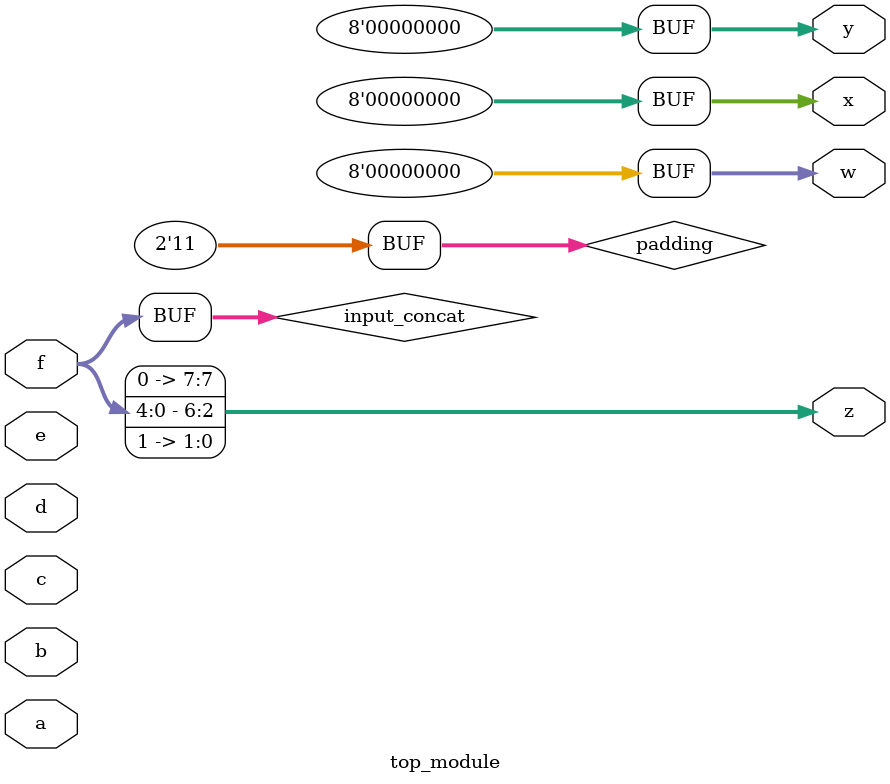
<source format=sv>
module top_module (
	input [4:0] a,
	input [4:0] b,
	input [4:0] c,
	input [4:0] d,
	input [4:0] e,
	input [4:0] f,
	output [7:0] w,
	output [7:0] x,
	output [7:0] y,
	output [7:0] z
);

	wire [4:0] input_concat;
	assign input_concat = {a, b, c, d, e, f};

	wire [1:0] padding = 2'b11;

	assign {w, x, y, z} = {input_concat, padding};

endmodule

</source>
